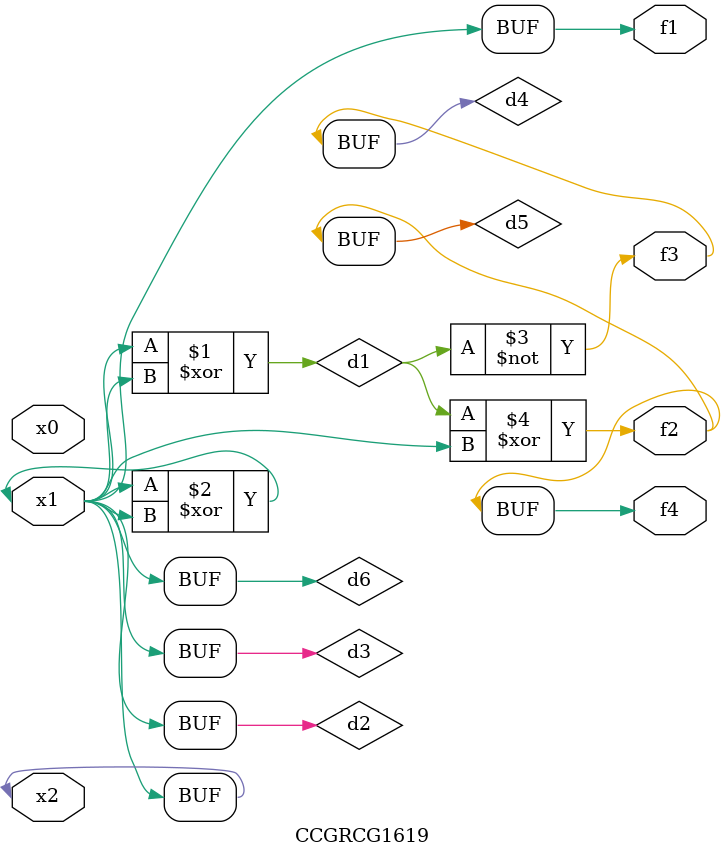
<source format=v>
module CCGRCG1619(
	input x0, x1, x2,
	output f1, f2, f3, f4
);

	wire d1, d2, d3, d4, d5, d6;

	xor (d1, x1, x2);
	buf (d2, x1, x2);
	xor (d3, x1, x2);
	nor (d4, d1);
	xor (d5, d1, d2);
	buf (d6, d2, d3);
	assign f1 = d6;
	assign f2 = d5;
	assign f3 = d4;
	assign f4 = d5;
endmodule

</source>
